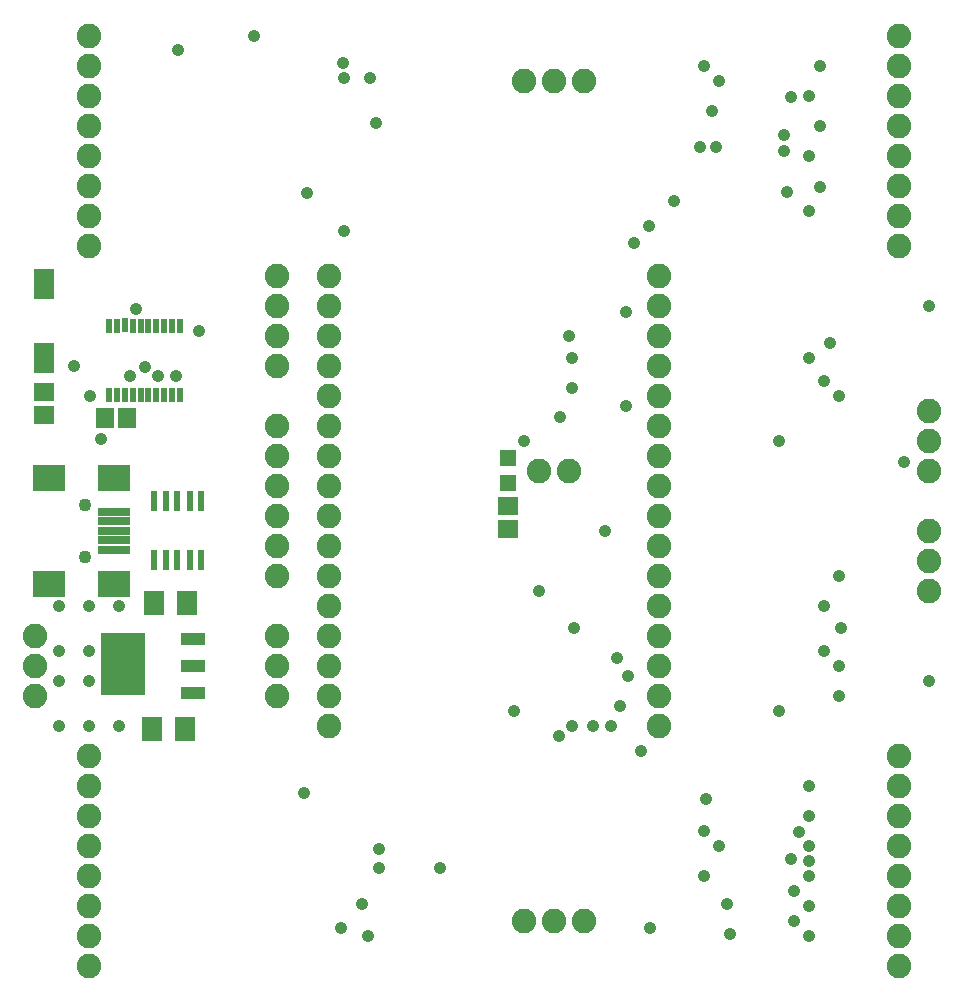
<source format=gbr>
G04 EAGLE Gerber RS-274X export*
G75*
%MOMM*%
%FSLAX34Y34*%
%LPD*%
%INSoldermask Bottom*%
%IPPOS*%
%AMOC8*
5,1,8,0,0,1.08239X$1,22.5*%
G01*
%ADD10R,3.683000X5.334000*%
%ADD11C,2.082800*%
%ADD12R,1.703200X1.503200*%
%ADD13R,1.803200X2.503200*%
%ADD14R,1.503200X1.703200*%
%ADD15R,1.403200X1.403200*%
%ADD16R,2.703200X0.703200*%
%ADD17R,2.703200X2.203200*%
%ADD18C,1.103200*%
%ADD19R,0.603200X1.703197*%
%ADD20R,2.103200X1.103200*%
%ADD21R,2.103200X3.403200*%
%ADD22R,1.803200X2.003200*%
%ADD23R,0.603200X1.203200*%
%ADD24C,1.061200*%


D10*
X92075Y267970D03*
D11*
X774700Y482600D03*
X774700Y457200D03*
X774700Y431800D03*
X774700Y330200D03*
X774700Y355600D03*
X774700Y381000D03*
X431800Y762000D03*
X457200Y762000D03*
X482600Y762000D03*
X431800Y50800D03*
X457200Y50800D03*
X482600Y50800D03*
X469900Y431800D03*
X444500Y431800D03*
D12*
X25400Y498450D03*
X25400Y479450D03*
D13*
X25400Y590300D03*
X25400Y527300D03*
D14*
X76860Y476250D03*
X95860Y476250D03*
D15*
X417830Y442300D03*
X417830Y421300D03*
D12*
X417830Y401930D03*
X417830Y382930D03*
D16*
X84690Y381000D03*
X84690Y373000D03*
X84690Y397000D03*
X84690Y389000D03*
D17*
X29690Y426000D03*
X29690Y336000D03*
X84690Y426000D03*
X84690Y336000D03*
D16*
X84690Y365000D03*
D18*
X59690Y359000D03*
X59690Y403000D03*
D19*
X158430Y355999D03*
X138110Y355999D03*
X148430Y355999D03*
X128430Y355999D03*
X118430Y355999D03*
X118430Y406001D03*
X128430Y406001D03*
X138110Y406001D03*
X148430Y406001D03*
X158430Y406001D03*
D20*
X151150Y289700D03*
X151150Y266700D03*
X151150Y243700D03*
D21*
X90150Y266700D03*
D22*
X144810Y213360D03*
X116810Y213360D03*
X118080Y320040D03*
X146080Y320040D03*
D23*
X80522Y496410D03*
X87126Y496410D03*
X93730Y496350D03*
X100334Y496410D03*
X106938Y496410D03*
X113542Y496410D03*
X120146Y496410D03*
X126750Y496410D03*
X133354Y496410D03*
X139958Y496410D03*
X139958Y554830D03*
X133354Y554830D03*
X126750Y554830D03*
X120146Y554830D03*
X113542Y554830D03*
X106938Y554830D03*
X100334Y554830D03*
X93730Y554890D03*
X87126Y554830D03*
X80522Y554830D03*
D11*
X222250Y292100D03*
X222250Y266700D03*
X222250Y241300D03*
X222250Y596900D03*
X222250Y571500D03*
X222250Y546100D03*
X222250Y520700D03*
X222250Y419100D03*
X222250Y444500D03*
X222250Y469900D03*
X222250Y342900D03*
X222250Y368300D03*
X222250Y393700D03*
X749300Y800100D03*
X749300Y774700D03*
X749300Y749300D03*
X749300Y723900D03*
X749300Y698500D03*
X749300Y673100D03*
X749300Y647700D03*
X749300Y622300D03*
X546100Y596900D03*
X546100Y571500D03*
X546100Y546100D03*
X546100Y520700D03*
X546100Y495300D03*
X546100Y469900D03*
X546100Y444500D03*
X546100Y419100D03*
X546100Y393700D03*
X546100Y368300D03*
X546100Y342900D03*
X546100Y317500D03*
X546100Y292100D03*
X546100Y266700D03*
X546100Y241300D03*
X546100Y215900D03*
X749300Y190500D03*
X749300Y165100D03*
X749300Y139700D03*
X749300Y114300D03*
X749300Y88900D03*
X749300Y63500D03*
X749300Y38100D03*
X749300Y12700D03*
X63500Y800100D03*
X63500Y774700D03*
X63500Y749300D03*
X63500Y723900D03*
X63500Y698500D03*
X63500Y673100D03*
X63500Y647700D03*
X63500Y622300D03*
X266700Y596900D03*
X266700Y571500D03*
X266700Y546100D03*
X266700Y520700D03*
X266700Y495300D03*
X266700Y469900D03*
X266700Y444500D03*
X266700Y419100D03*
X266700Y393700D03*
X266700Y368300D03*
X266700Y342900D03*
X266700Y317500D03*
X266700Y292100D03*
X266700Y266700D03*
X266700Y241300D03*
X266700Y215900D03*
X63500Y190500D03*
X63500Y165100D03*
X63500Y139700D03*
X63500Y114300D03*
X63500Y88900D03*
X63500Y63500D03*
X63500Y38100D03*
X63500Y12700D03*
X17780Y241300D03*
X17780Y266700D03*
X17780Y292100D03*
D24*
X538480Y44450D03*
X657860Y102870D03*
X308610Y95250D03*
X276860Y44450D03*
X422910Y228600D03*
X473710Y298450D03*
X247650Y666750D03*
X306070Y726440D03*
X431800Y457200D03*
X472440Y527050D03*
X647700Y457200D03*
X673100Y527050D03*
X558800Y660400D03*
X654050Y668020D03*
X647700Y228600D03*
X699770Y298450D03*
X245110Y158750D03*
X203200Y800100D03*
X138927Y788173D03*
X88900Y317500D03*
X63500Y317500D03*
X88900Y215900D03*
X63500Y215900D03*
X63500Y279400D03*
X63500Y254000D03*
X38100Y215900D03*
X38100Y317500D03*
X38100Y279400D03*
X38100Y254000D03*
X774700Y571500D03*
X774700Y254000D03*
X73660Y458470D03*
X444500Y330200D03*
X580390Y706120D03*
X681990Y671830D03*
X594360Y706120D03*
X673100Y698500D03*
X590550Y736600D03*
X681990Y723900D03*
X596900Y762000D03*
X673100Y749300D03*
X584200Y774700D03*
X681990Y774700D03*
X657860Y748030D03*
X698500Y266700D03*
X660400Y76200D03*
X698500Y495300D03*
X651510Y702310D03*
X753110Y439420D03*
X673100Y101600D03*
X685800Y279400D03*
X685800Y508000D03*
X651510Y716280D03*
X698500Y342900D03*
X685800Y317500D03*
X673100Y651510D03*
X690880Y539750D03*
X664210Y125730D03*
X698500Y241300D03*
X605790Y39370D03*
X673100Y38100D03*
X603250Y64770D03*
X673100Y63500D03*
X584200Y88900D03*
X673100Y88900D03*
X596900Y114300D03*
X673100Y114300D03*
X584200Y127000D03*
X673100Y139700D03*
X585470Y153670D03*
X673100Y165100D03*
X660400Y50800D03*
X300990Y764540D03*
X299720Y38100D03*
X279400Y764540D03*
X530860Y194310D03*
X510540Y273050D03*
X500380Y381000D03*
X537210Y638810D03*
X472440Y501650D03*
X294640Y64770D03*
X278130Y777240D03*
X462280Y477520D03*
X518160Y486410D03*
X519430Y257810D03*
X513080Y232410D03*
X518160Y566420D03*
X524510Y624840D03*
X469900Y546100D03*
X279400Y635000D03*
X461010Y207010D03*
X505460Y215900D03*
X472440Y215900D03*
X490220Y215900D03*
X360680Y95250D03*
X308610Y111760D03*
X97790Y511810D03*
X102870Y568960D03*
X137160Y511810D03*
X50800Y520700D03*
X121920Y511810D03*
X110490Y519430D03*
X63968Y494832D03*
X156210Y549910D03*
M02*

</source>
